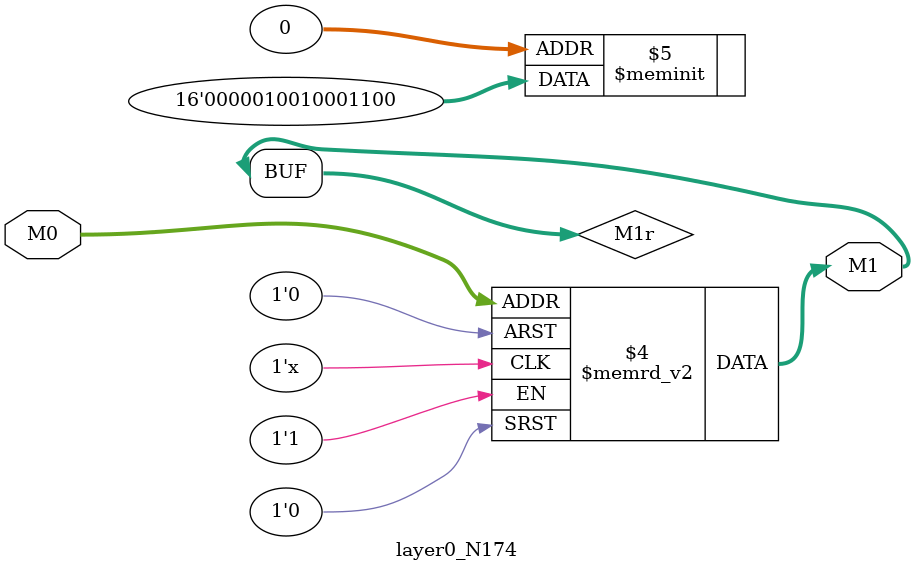
<source format=v>
module layer0_N174 ( input [2:0] M0, output [1:0] M1 );

	(*rom_style = "distributed" *) reg [1:0] M1r;
	assign M1 = M1r;
	always @ (M0) begin
		case (M0)
			3'b000: M1r = 2'b00;
			3'b100: M1r = 2'b00;
			3'b010: M1r = 2'b00;
			3'b110: M1r = 2'b00;
			3'b001: M1r = 2'b11;
			3'b101: M1r = 2'b01;
			3'b011: M1r = 2'b10;
			3'b111: M1r = 2'b00;

		endcase
	end
endmodule

</source>
